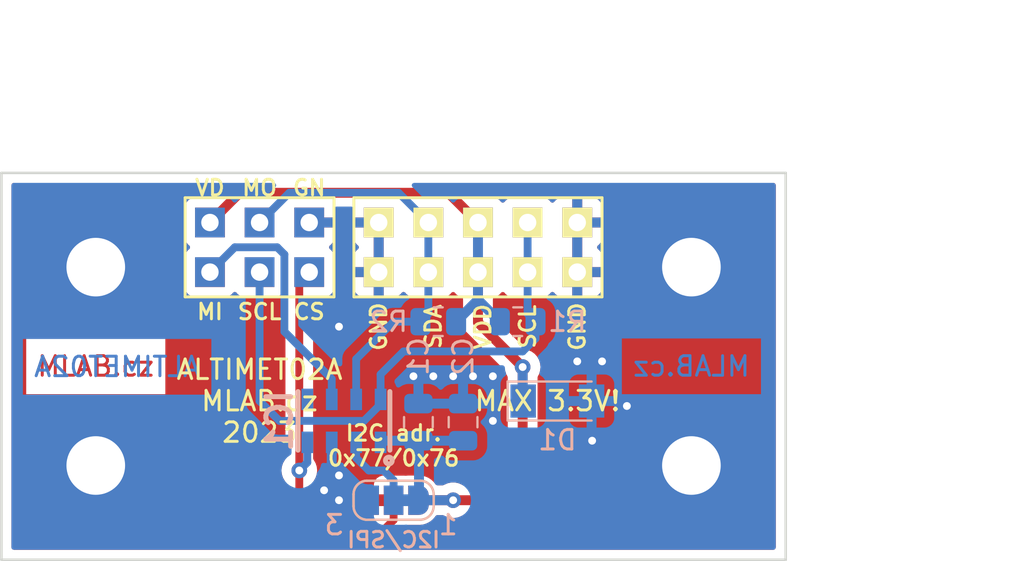
<source format=kicad_pcb>
(kicad_pcb (version 20211014) (generator pcbnew)
  (layers (0 "F.Cu" signal) (31 "B.Cu" signal) (34 "B.Paste" user) (35 "F.Paste" user) (36 "B.SilkS" user "B.Silkscreen") (37 "F.SilkS" user "F.Silkscreen") (38 "B.Mask" user) (39 "F.Mask" user) (44 "Edge.Cuts" user))
  (net 0 "")
  (net 1 "VDD")
  (net 2 "MOSI{slash}SDA")
  (net 3 "MISO")
  (net 4 "CS{slash}A")
  (net 5 "/PS")
  (net 6 "GND")
  (net 7 "SCLK")
  (footprint "Mlab_Pin_Headers:Straight_2x05" (layer "F.Cu") (at 136.398 100.584 -90)
    (fp_text reference "J3" hide)
    (fp_text value "HEADER_2x05_PARALLEL" hide)
    (fp_line (start -2.54 6.35) (end -2.54 -6.35) (layer "F.SilkS") (width 0.15))
    (fp_line (start 2.54 6.35) (end -2.54 6.35) (layer "F.SilkS") (width 0.15))
    (fp_line (start -2.54 -6.35) (end 2.54 -6.35) (layer "F.SilkS") (width 0.15))
    (fp_line (start 2.54 -6.35) (end 2.54 6.35) (layer "F.SilkS") (width 0.15))
    (pad "1" thru_hole rect (at -1.27 -5.08 270) (size 1.524 1.524) (drill 0.889) (layers *.Cu *.Mask "F.SilkS") (net 6 "GND"))
    (pad "2" thru_hole rect (at 1.27 -5.08 270) (size 1.524 1.524) (drill 0.889) (layers *.Cu *.Mask "F.SilkS") (net 6 "GND"))
    (pad "3" thru_hole rect (at -1.27 -2.54 270) (size 1.524 1.524) (drill 0.889) (layers *.Cu *.Mask "F.SilkS") (net 7 "SCLK"))
    (pad "4" thru_hole rect (at 1.27 -2.54 270) (size 1.524 1.524) (drill 0.889) (layers *.Cu *.Mask "F.SilkS") (net 7 "SCLK"))
    (pad "5" thru_hole rect (at -1.27 0 270) (size 1.524 1.524) (drill 0.889) (layers *.Cu *.Mask "F.SilkS") (net 1 "VDD"))
    (pad "6" thru_hole rect (at 1.27 0 270) (size 1.524 1.524) (drill 0.889) (layers *.Cu *.Mask "F.SilkS") (net 1 "VDD"))
    (pad "7" thru_hole rect (at -1.27 2.54 270) (size 1.524 1.524) (drill 0.889) (layers *.Cu *.Mask "F.SilkS") (net 2 "MOSI{slash}SDA"))
    (pad "8" thru_hole rect (at 1.27 2.54 270) (size 1.524 1.524) (drill 0.889) (layers *.Cu *.Mask "F.SilkS") (net 2 "MOSI{slash}SDA"))
    (pad "9" thru_hole rect (at -1.27 5.08 270) (size 1.524 1.524) (drill 0.889) (layers *.Cu *.Mask "F.SilkS") (net 6 "GND"))
    (pad "10" thru_hole rect (at 1.27 5.08 270) (size 1.524 1.524) (drill 0.889) (layers *.Cu *.Mask "F.SilkS") (net 6 "GND"))
  )
  (footprint "Mlab_Pin_Headers:Straight_2x03" (layer "F.Cu") (at 125.222 100.584 90)
    (fp_text reference "J2" hide)
    (fp_text value "HEADER_2x03" hide)
    (fp_line (start -2.54 3.81) (end -2.54 -3.81) (layer "F.SilkS") (width 0.15))
    (fp_line (start 2.54 3.81) (end -2.54 3.81) (layer "F.SilkS") (width 0.15))
    (fp_line (start -2.54 -3.81) (end 2.54 -3.81) (layer "F.SilkS") (width 0.15))
    (fp_line (start 2.54 -3.81) (end 2.54 3.81) (layer "F.SilkS") (width 0.15))
    (pad "1" thru_hole rect (at -1.27 -2.54 90) (size 1.524 1.524) (drill 0.889) (layers *.Cu *.Mask) (net 3 "MISO"))
    (pad "2" thru_hole rect (at 1.27 -2.54 90) (size 1.524 1.524) (drill 0.889) (layers *.Cu *.Mask) (net 1 "VDD"))
    (pad "3" thru_hole rect (at -1.27 0 90) (size 1.524 1.524) (drill 0.889) (layers *.Cu *.Mask) (net 7 "SCLK"))
    (pad "4" thru_hole rect (at 1.27 0 90) (size 1.524 1.524) (drill 0.889) (layers *.Cu *.Mask) (net 2 "MOSI{slash}SDA"))
    (pad "5" thru_hole rect (at -1.27 2.54 90) (size 1.524 1.524) (drill 0.889) (layers *.Cu *.Mask) (net 4 "CS{slash}A"))
    (pad "6" thru_hole rect (at 1.27 2.54 90) (size 1.524 1.524) (drill 0.889) (layers *.Cu *.Mask) (net 6 "GND"))
  )
  (footprint "Mlab_Mechanical:MountingHole_3mm" (layer "F.Cu") (at 147.32 111.76)
    (fp_text reference "H1" hide)
    (fp_text value "MountingHole_Pad" hide)
    (pad "1" thru_hole circle (at 0 0) (size 6 6) (drill 3) (layers *.Cu *.Mask) (net 6 "GND") (clearance 1))
  )
  (footprint "Mlab_Mechanical:MountingHole_3mm" (layer "F.Cu") (at 116.84 101.6)
    (fp_text reference "H4" hide)
    (fp_text value "MountingHole_Pad" hide)
    (pad "1" thru_hole circle (at 0 0) (size 6 6) (drill 3) (layers *.Cu *.Mask) (net 6 "GND") (clearance 1))
  )
  (footprint "Jumper:SolderJumper-3_P1.3mm_Bridged12_RoundedPad1.0x1.5mm_NumberLabels" (layer "F.Cu") (at 132.08 113.538)
    (fp_text reference "JP3" hide)
    (fp_text value "SolderJumper_3_Bridged12")
    (fp_poly (pts (xy -0.9 -0.3) (xy -0.4 -0.3) (xy -0.4 0.3) (xy -0.9 0.3)) (layer "F.Cu") (width 0) (fill solid))
    (fp_line (start -2.05 0.3) (end -2.05 -0.3) (layer "F.SilkS") (width 0.12))
    (fp_line (start 1.4 1) (end -1.4 1) (layer "F.SilkS") (width 0.12))
    (fp_line (start -1.4 -1) (end 1.4 -1) (layer "F.SilkS") (width 0.12))
    (fp_line (start 2.05 -0.3) (end 2.05 0.3) (layer "F.SilkS") (width 0.12))
    (fp_arc (start -1.35 1) (mid -1.844975 0.794975) (end -2.05 0.3) (layer "F.SilkS") (width 0.12))
    (fp_arc (start 2.05 0.3) (mid 1.844975 0.794975) (end 1.35 1) (layer "F.SilkS") (width 0.12))
    (fp_arc (start 1.35 -1) (mid 1.844975 -0.794975) (end 2.05 -0.3) (layer "F.SilkS") (width 0.12))
    (fp_arc (start -2.05 -0.3) (mid -1.844975 -0.794975) (end -1.35 -1) (layer "F.SilkS") (width 0.12))
    (pad "1" smd custom (at -1.3 0) (size 1 0.5) (layers "F.Cu" "F.Mask") (net 6 "GND") (options (clearance outline) (anchor rect)) (primitives (gr_poly (pts (xy 0.55 0.75) (xy 0 0.75) (xy 0 -0.75) (xy 0.55 -0.75)) (width 0) (fill yes)) (gr_circle (center 0 0.25) (end 0.5 0.25) (width 0) (fill yes)) (gr_circle (center 0 -0.25) (end 0.5 -0.25) (width 0) (fill yes))))
    (pad "2" smd rect (at 0 0) (size 1 1.5) (layers "F.Cu" "F.Mask") (net 4 "CS{slash}A"))
    (pad "3" smd custom (at 1.3 0) (size 1 0.5) (layers "F.Cu" "F.Mask") (net 1 "VDD") (options (clearance outline) (anchor rect)) (primitives (gr_circle (center 0 0.25) (end 0.5 0.25) (width 0) (fill yes)) (gr_circle (center 0 -0.25) (end 0.5 -0.25) (width 0) (fill yes)) (gr_poly (pts (xy 0 0.75) (xy -0.55 0.75) (xy -0.55 -0.75) (xy 0 -0.75)) (width 0) (fill yes))))
  )
  (footprint "Mlab_Mechanical:MountingHole_3mm" (layer "F.Cu") (at 147.32 101.6)
    (fp_text reference "H3" hide)
    (fp_text value "MountingHole_Pad" hide)
    (pad "1" thru_hole circle (at 0 0) (size 6 6) (drill 3) (layers *.Cu *.Mask) (net 6 "GND") (clearance 1))
  )
  (footprint "Mlab_Mechanical:MountingHole_3mm" (layer "F.Cu") (at 116.84 111.76)
    (fp_text reference "H2" hide)
    (fp_text value "MountingHole_Pad" hide)
    (pad "1" thru_hole circle (at 0 0) (size 6 6) (drill 3) (layers *.Cu *.Mask) (net 6 "GND") (clearance 1))
  )
  (footprint "Resistor_SMD:R_0805_2012Metric" (layer "B.Cu") (at 138.43 104.394)
    (fp_text reference "R1" (at 2.54 0) (layer "B.SilkS") (effects (justify mirror)))
    (fp_text value "DNF")
    (fp_line (start -0.227064 0.735) (end 0.227064 0.735) (layer "B.SilkS") (width 0.12))
    (fp_line (start -0.227064 -0.735) (end 0.227064 -0.735) (layer "B.SilkS") (width 0.12))
    (pad "1" smd roundrect (at -0.9125 0) (size 1.025 1.4) (layers "B.Cu" "B.Paste" "B.Mask") (roundrect_rratio 0.243902) (net 1 "VDD"))
    (pad "2" smd roundrect (at 0.9125 0) (size 1.025 1.4) (layers "B.Cu" "B.Paste" "B.Mask") (roundrect_rratio 0.243902) (net 7 "SCLK"))
  )
  (footprint "Capacitor_SMD:C_0805_2012Metric" (layer "B.Cu") (at 135.636 109.54 90)
    (fp_text reference "C2" (at 3.368 0 90) (layer "B.SilkS") (effects (justify mirror)))
    (fp_text value "100nF")
    (fp_line (start -0.261252 0.735) (end 0.261252 0.735) (layer "B.SilkS") (width 0.12))
    (fp_line (start -0.261252 -0.735) (end 0.261252 -0.735) (layer "B.SilkS") (width 0.12))
    (pad "1" smd roundrect (at -0.95 0 90) (size 1 1.45) (layers "B.Cu" "B.Paste" "B.Mask") (net 1 "VDD"))
    (pad "2" smd roundrect (at 0.95 0 90) (size 1 1.45) (layers "B.Cu" "B.Paste" "B.Mask") (net 6 "GND"))
  )
  (footprint "Mlab_D:Diode-MiniMELF_Standard" (layer "B.Cu") (at 140.462 108.458)
    (fp_text reference "D1" (at 0 2) (layer "B.SilkS") (effects (justify mirror)))
    (fp_text value "BZV55C3V6")
    (fp_line (start -2.55 1) (end -2.55 -1) (layer "B.SilkS") (width 0.12))
    (fp_line (start -2.55 -1) (end 1.75 -1) (layer "B.SilkS") (width 0.12))
    (fp_line (start 1.75 1) (end -2.55 1) (layer "B.SilkS") (width 0.12))
    (pad "1" smd rect locked (at -1.75 0) (size 1.3 1.7) (layers "B.Cu" "B.Paste" "B.Mask") (net 1 "VDD"))
    (pad "2" smd rect locked (at 1.75 0) (size 1.3 1.7) (layers "B.Cu" "B.Paste" "B.Mask") (net 6 "GND"))
  )
  (footprint "KiCad:MS561101BA03-50" (layer "B.Cu") (at 129.54 109.474 90)
    (fp_text reference "IC1" (at 0 -3.302 90) (layer "B.SilkS") (effects (font (size 1.27 1.27) (thickness 0.254)) (justify mirror)))
    (fp_text value "MS561101BA03-50" hide)
    (fp_line (start -1.5 2.35) (end 1.5 2.35) (layer "B.SilkS") (width 0.254))
    (fp_line (start -1.5 -2.35) (end 1.5 -2.35) (layer "B.SilkS") (width 0.254))
    (fp_circle (center -2.032 2.297) (end -2.032 2.252) (layer "B.SilkS") (width 0.254) (fill none))
    (pad "1" smd rect locked (at -1.1 1.875) (size 0.6 1.1) (layers "B.Cu" "B.Paste" "B.Mask") (net 1 "VDD"))
    (pad "2" smd rect locked (at -1.1 0.625) (size 0.6 1.1) (layers "B.Cu" "B.Paste" "B.Mask") (net 5 "/PS"))
    (pad "3" smd rect locked (at -1.1 -0.625) (size 0.6 1.1) (layers "B.Cu" "B.Paste" "B.Mask") (net 6 "GND"))
    (pad "4" smd rect locked (at -1.1 -1.875) (size 0.6 1.1) (layers "B.Cu" "B.Paste" "B.Mask") (net 4 "CS{slash}A"))
    (pad "5" smd rect locked (at 1.1 -1.875) (size 0.6 1.1) (layers "B.Cu" "B.Paste" "B.Mask"))
    (pad "6" smd rect locked (at 1.1 -0.625) (size 0.6 1.1) (layers "B.Cu" "B.Paste" "B.Mask") (net 3 "MISO"))
    (pad "7" smd rect locked (at 1.1 0.625) (size 0.6 1.1) (layers "B.Cu" "B.Paste" "B.Mask") (net 2 "MOSI{slash}SDA"))
    (pad "8" smd rect locked (at 1.1 1.875) (size 0.6 1.1) (layers "B.Cu" "B.Paste" "B.Mask") (net 7 "SCLK"))
  )
  (footprint "Resistor_SMD:R_0805_2012Metric" (layer "B.Cu") (at 134.366 104.394 180)
    (fp_text reference "R2" (at 2.54 0) (layer "B.SilkS") (effects (justify mirror)))
    (fp_text value "DNF")
    (fp_line (start -0.227064 -0.735) (end 0.227064 -0.735) (layer "B.SilkS") (width 0.12))
    (fp_line (start -0.227064 0.735) (end 0.227064 0.735) (layer "B.SilkS") (width 0.12))
    (pad "1" smd roundrect (at -0.9125 0 180) (size 1.025 1.4) (layers "B.Cu" "B.Paste" "B.Mask") (roundrect_rratio 0.243902) (net 1 "VDD"))
    (pad "2" smd roundrect (at 0.9125 0 180) (size 1.025 1.4) (layers "B.Cu" "B.Paste" "B.Mask") (roundrect_rratio 0.243902) (net 2 "MOSI{slash}SDA"))
  )
  (footprint "Capacitor_SMD:C_0805_2012Metric" (layer "B.Cu") (at 133.35 109.54 90)
    (fp_text reference "C1" (at 3.368 0 90) (layer "B.SilkS") (effects (justify mirror)))
    (fp_text value "10uF")
    (fp_line (start -0.261252 0.735) (end 0.261252 0.735) (layer "B.SilkS") (width 0.12))
    (fp_line (start -0.261252 -0.735) (end 0.261252 -0.735) (layer "B.SilkS") (width 0.12))
    (pad "1" smd roundrect (at -0.95 0 90) (size 1 1.45) (layers "B.Cu" "B.Paste" "B.Mask") (net 1 "VDD"))
    (pad "2" smd roundrect (at 0.95 0 90) (size 1 1.45) (layers "B.Cu" "B.Paste" "B.Mask") (net 6 "GND"))
  )
  (footprint "Jumper:SolderJumper-3_P1.3mm_Bridged12_RoundedPad1.0x1.5mm_NumberLabels" (layer "B.Cu") (at 132.08 113.538 180)
    (fp_text reference "JP1" hide)
    (fp_text value "SolderJumper_3_Bridged12")
    (fp_text user "1" (at -2.794 -1.27) (layer "B.SilkS") (effects (justify mirror)))
    (fp_text user "3" (at 3.048 -1.27) (layer "B.SilkS") (effects (justify mirror)))
    (fp_poly (pts (xy -0.9 0.3) (xy -0.4 0.3) (xy -0.4 -0.3) (xy -0.9 -0.3)) (layer "B.Cu") (width 0) (fill solid))
    (fp_line (start -2.05 -0.3) (end -2.05 0.3) (layer "B.SilkS") (width 0.12))
    (fp_line (start 1.4 -1) (end -1.4 -1) (layer "B.SilkS") (width 0.12))
    (fp_line (start 2.05 0.3) (end 2.05 -0.3) (layer "B.SilkS") (width 0.12))
    (fp_line (start -1.4 1) (end 1.4 1) (layer "B.SilkS") (width 0.12))
    (fp_arc (start -1.35 1) (mid -1.844975 0.794975) (end -2.05 0.3) (layer "B.SilkS") (width 0.12))
    (fp_arc (start 1.35 -1) (mid 1.844975 -0.794975) (end 2.05 -0.3) (layer "B.SilkS") (width 0.12))
    (fp_arc (start 2.05 0.3) (mid 1.844975 0.794975) (end 1.35 1) (layer "B.SilkS") (width 0.12))
    (fp_arc (start -2.05 -0.3) (mid -1.844975 -0.794975) (end -1.35 -1) (layer "B.SilkS") (width 0.12))
    (pad "1" smd custom (at -1.3 0 180) (size 1 0.5) (layers "B.Cu" "B.Mask") (net 1 "VDD") (options (clearance outline) (anchor rect)) (primitives (gr_poly (pts (xy 0.55 -0.75) (xy 0 -0.75) (xy 0 0.75) (xy 0.55 0.75)) (width 0) (fill yes)) (gr_circle (center 0 -0.25) (end 0.5 -0.25) (width 0) (fill yes)) (gr_circle (center 0 0.25) (end 0.5 0.25) (width 0) (fill yes))))
    (pad "2" smd rect (at 0 0 180) (size 1 1.5) (layers "B.Cu" "B.Mask") (net 5 "/PS"))
    (pad "3" smd custom (at 1.3 0 180) (size 1 0.5) (layers "B.Cu" "B.Mask") (net 6 "GND") (options (clearance outline) (anchor rect)) (primitives (gr_circle (center 0 -0.25) (end 0.5 -0.25) (width 0) (fill yes)) (gr_circle (center 0 0.25) (end 0.5 0.25) (width 0) (fill yes)) (gr_poly (pts (xy 0 -0.75) (xy -0.55 -0.75) (xy -0.55 0.75) (xy 0 0.75)) (width 0) (fill yes))))
  )
  (gr_line (start 112.014 116.586) (end 112.014 96.774) (layer "Edge.Cuts") (width 0.127))
  (gr_line (start 112.014 96.774) (end 152.146 96.774) (layer "Edge.Cuts") (width 0.127))
  (gr_line (start 152.146 116.586) (end 112.014 116.586) (layer "Edge.Cuts") (width 0.127))
  (gr_line (start 152.146 96.774) (end 152.146 116.586) (layer "Edge.Cuts") (width 0.127))
  (gr_text "MLAB.cz" (at 116.84 106.68) (layer "F.Cu") (effects (font (size 1 1))))
  (gr_text "MLAB.cz" (at 147.32 106.68) (layer "B.Cu") (effects (font (size 1 1)) (justify mirror)))
  (gr_text "ALTIMET02A" (at 117.9322 106.7054) (layer "B.Cu") (effects (font (size 1 1)) (justify mirror)))
  (gr_text "I2C/SPI" (at 132.08 115.57) (layer "B.SilkS") (effects (font (size 0.8 0.8)) (justify mirror)))
  (gr_text "GN" (at 127.762 97.536) (layer "F.SilkS") (effects (font (size 0.8 0.8))))
  (gr_text "MO" (at 125.222 97.536) (layer "F.SilkS") (effects (font (size 0.8 0.8))))
  (gr_text "SDA" (at 134.112 104.648 90) (layer "F.SilkS") (effects (font (size 0.8 0.8))))
  (gr_text "CS" (at 127.762 103.886) (layer "F.SilkS") (effects (font (size 0.8 0.8))))
  (gr_text "GND" (at 141.478 104.648 90) (layer "F.SilkS") (effects (font (size 0.8 0.8))))
  (gr_text "SCL" (at 138.938 104.648 90) (layer "F.SilkS") (effects (font (size 0.8 0.8))))
  (gr_text "VDD" (at 136.652 104.648 90) (layer "F.SilkS") (effects (font (size 0.8 0.8))))
  (gr_text "MAX 3.3V!" (at 139.954 108.458) (layer "F.SilkS") (effects (font (size 1 1))))
  (gr_text "I2C adr.\n0x77/0x76" (at 132.08 110.744) (layer "F.SilkS") (effects (font (size 0.8 0.8))))
  (gr_text "SCL" (at 125.222 103.886) (layer "F.SilkS") (effects (font (size 0.8 0.8))))
  (gr_text "GND" (at 131.318 104.648 90) (layer "F.SilkS") (effects (font (size 0.8 0.8))))
  (gr_text "ALTIMET02A\nMLAB.cz\n2023" (at 125.222 108.458) (layer "F.SilkS") (effects (font (size 1 1))))
  (gr_text "VD" (at 122.682 97.536) (layer "F.SilkS") (effects (font (size 0.8 0.8))))
  (gr_text "MI" (at 122.682 103.886) (layer "F.SilkS") (effects (font (size 0.8 0.8))))
  (segment (start 136.398 104.4315) (end 138.684 106.7175) (width 0.508) (layer "F.Cu") (net 1))
  (segment (start 136.906 113.538) (end 135.128 113.538) (width 0.508) (layer "F.Cu") (net 1))
  (segment (start 134.874 97.79) (end 124.206 97.79) (width 0.508) (layer "F.Cu") (net 1))
  (segment (start 124.206 97.79) (end 122.682 99.314) (width 0.508) (layer "F.Cu") (net 1))
  (segment (start 136.398 99.314) (end 134.874 97.79) (width 0.508) (layer "F.Cu") (net 1))
  (segment (start 136.398 101.854) (end 136.398 104.4315) (width 0.508) (layer "F.Cu") (net 1))
  (segment (start 138.684 106.7175) (end 138.684 111.76) (width 0.508) (layer "F.Cu") (net 1))
  (segment (start 135.128 113.538) (end 133.38 113.538) (width 0.508) (layer "F.Cu") (net 1))
  (segment (start 138.684 111.76) (end 136.906 113.538) (width 0.508) (layer "F.Cu") (net 1))
  (via (at 135.128 113.538) (size 0.8) (drill 0.4) (layers "F.Cu" "B.Cu") (net 1))
  (via (at 138.684 106.7175) (size 0.8) (drill 0.4) (layers "F.Cu" "B.Cu") (net 1))
  (segment (start 136.398 103.2745) (end 135.2785 104.394) (width 0.508) (layer "B.Cu") (net 1))
  (segment (start 138.684 108.43) (end 138.712 108.458) (width 0.508) (layer "B.Cu") (net 1))
  (segment (start 131.499 110.49) (end 131.415 110.574) (width 0.508) (layer "B.Cu") (net 1))
  (segment (start 133.35 110.49) (end 135.636 110.49) (width 0.508) (layer "B.Cu") (net 1))
  (segment (start 135.636 110.49) (end 135.89 110.49) (width 0.508) (layer "B.Cu") (net 1))
  (segment (start 133.38 110.52) (end 133.35 110.49) (width 0.508) (layer "B.Cu") (net 1))
  (segment (start 133.35 110.49) (end 131.499 110.49) (width 0.508) (layer "B.Cu") (net 1))
  (segment (start 138.684 106.7175) (end 138.684 108.43) (width 0.508) (layer "B.Cu") (net 1))
  (segment (start 136.398 103.2745) (end 137.5175 104.394) (width 0.508) (layer "B.Cu") (net 1))
  (segment (start 136.398 99.314) (end 136.398 101.854) (width 0.508) (layer "B.Cu") (net 1))
  (segment (start 135.128 113.538) (end 133.38 113.538) (width 0.508) (layer "B.Cu") (net 1))
  (segment (start 133.096 110.744) (end 133.35 110.49) (width 0.508) (layer "B.Cu") (net 1))
  (segment (start 133.38 113.538) (end 133.38 110.52) (width 0.508) (layer "B.Cu") (net 1))
  (segment (start 136.398 101.854) (end 136.398 103.2745) (width 0.508) (layer "B.Cu") (net 1))
  (segment (start 132.334 97.79) (end 126.746 97.79) (width 0.4) (layer "B.Cu") (net 2))
  (segment (start 130.165 106.309) (end 130.165 108.374) (width 0.4) (layer "B.Cu") (net 2))
  (segment (start 126.746 97.79) (end 125.222 99.314) (width 0.4) (layer "B.Cu") (net 2))
  (segment (start 133.858 101.854) (end 133.858 103.9895) (width 0.4) (layer "B.Cu") (net 2))
  (segment (start 133.858 99.314) (end 133.858 101.854) (width 0.4) (layer "B.Cu") (net 2))
  (segment (start 132.08 104.394) (end 130.165 106.309) (width 0.4) (layer "B.Cu") (net 2))
  (segment (start 133.858 103.9895) (end 133.4535 104.394) (width 0.4) (layer "B.Cu") (net 2))
  (segment (start 133.858 99.314) (end 132.334 97.79) (width 0.4) (layer "B.Cu") (net 2))
  (segment (start 133.4535 104.394) (end 132.08 104.394) (width 0.4) (layer "B.Cu") (net 2))
  (segment (start 123.952 100.584) (end 122.682 101.854) (width 0.4) (layer "B.Cu") (net 3))
  (segment (start 126.492 100.95) (end 126.126 100.584) (width 0.4) (layer "B.Cu") (net 3))
  (segment (start 126.492 104.902) (end 126.492 100.95) (width 0.4) (layer "B.Cu") (net 3))
  (segment (start 128.915 107.325) (end 126.492 104.902) (width 0.4) (layer "B.Cu") (net 3))
  (segment (start 128.915 108.374) (end 128.915 108.124) (width 0.4) (layer "B.Cu") (net 3))
  (segment (start 126.126 100.584) (end 123.952 100.584) (width 0.4) (layer "B.Cu") (net 3))
  (segment (start 128.915 108.374) (end 128.915 107.325) (width 0.4) (layer "B.Cu") (net 3))
  (segment (start 128.915 108.374) (end 128.915 108.624) (width 0.25) (layer "B.Cu") (net 3))
  (segment (start 132.08 113.538) (end 132.08 114.554) (width 0.4) (layer "F.Cu") (net 4))
  (segment (start 127.254 112.014) (end 127.254 102.362) (width 0.4) (layer "F.Cu") (net 4))
  (segment (start 127.254 113.538) (end 127.254 112.014) (width 0.4) (layer "F.Cu") (net 4))
  (segment (start 131.572 115.062) (end 128.778 115.062) (width 0.4) (layer "F.Cu") (net 4))
  (segment (start 127.254 102.362) (end 127.762 101.854) (width 0.4) (layer "F.Cu") (net 4))
  (segment (start 132.08 114.554) (end 131.572 115.062) (width 0.4) (layer "F.Cu") (net 4))
  (segment (start 128.778 115.062) (end 127.254 113.538) (width 0.4) (layer "F.Cu") (net 4))
  (via (at 127.254 112.014) (size 0.8) (drill 0.4) (layers "F.Cu" "B.Cu") (net 4))
  (segment (start 127.665 111.603) (end 127.665 110.574) (width 0.4) (layer "B.Cu") (net 4))
  (segment (start 127.254 112.014) (end 127.665 111.603) (width 0.4) (layer "B.Cu") (net 4))
  (segment (start 131.572 112.014) (end 132.08 112.522) (width 0.4) (layer "B.Cu") (net 5))
  (segment (start 130.81 112.014) (end 131.572 112.014) (width 0.4) (layer "B.Cu") (net 5))
  (segment (start 130.165 111.369) (end 130.81 112.014) (width 0.4) (layer "B.Cu") (net 5))
  (segment (start 132.08 112.776) (end 132.08 113.538) (width 0.4) (layer "B.Cu") (net 5))
  (segment (start 132.08 112.522) (end 132.08 112.776) (width 0.4) (layer "B.Cu") (net 5))
  (segment (start 130.165 110.574) (end 130.165 111.369) (width 0.4) (layer "B.Cu") (net 5))
  (via (at 141.478 106.426) (size 0.8) (drill 0.4) (layers "F.Cu" "B.Cu") (net 6))
  (via (at 135.128 107.188) (size 0.8) (drill 0.4) (layers "F.Cu" "B.Cu") (net 6))
  (via (at 134.112 107.188) (size 0.8) (drill 0.4) (layers "F.Cu" "B.Cu") (net 6))
  (via (at 137.16 107.188) (size 0.8) (drill 0.4) (layers "F.Cu" "B.Cu") (net 6))
  (via (at 129.286 113.538) (size 0.8) (drill 0.4) (layers "F.Cu" "B.Cu") (net 6))
  (via (at 129.286 104.648) (size 0.8) (drill 0.4) (layers "F.Cu" "B.Cu") (net 6))
  (via (at 142.24 110.49) (size 0.8) (drill 0.4) (layers "F.Cu" "B.Cu") (net 6))
  (via (at 137.16 109.474) (size 0.8) (drill 0.4) (layers "F.Cu" "B.Cu") (net 6))
  (via (at 142.748 106.426) (size 0.8) (drill 0.4) (layers "F.Cu" "B.Cu") (net 6))
  (via (at 129.286 112.268) (size 0.8) (drill 0.4) (layers "F.Cu" "B.Cu") (net 6))
  (via (at 133.096 107.188) (size 0.8) (drill 0.4) (layers "F.Cu" "B.Cu") (net 6))
  (via (at 144.018 108.712) (size 0.8) (drill 0.4) (layers "F.Cu" "B.Cu") (net 6))
  (via (at 136.144 107.188) (size 0.8) (drill 0.4) (layers "F.Cu" "B.Cu") (net 6))
  (via (at 128.524 113.03) (size 0.8) (drill 0.4) (layers "F.Cu" "B.Cu") (net 6))
  (segment (start 126.238 109.474) (end 125.222 108.458) (width 0.4) (layer "B.Cu") (net 7))
  (segment (start 131.415 108.624) (end 130.565 109.474) (width 0.4) (layer "B.Cu") (net 7))
  (segment (start 139.3425 105.2595) (end 138.684 105.918) (width 0.4) (layer "B.Cu") (net 7))
  (segment (start 138.684 105.918) (end 132.588 105.918) (width 0.4) (layer "B.Cu") (net 7))
  (segment (start 125.222 108.458) (end 125.222 101.854) (width 0.4) (layer "B.Cu") (net 7))
  (segment (start 131.415 108.374) (end 131.415 108.624) (width 0.25) (layer "B.Cu") (net 7))
  (segment (start 138.938 101.854) (end 138.938 103.9895) (width 0.4) (layer "B.Cu") (net 7))
  (segment (start 138.938 99.314) (end 138.938 101.854) (width 0.4) (layer "B.Cu") (net 7))
  (segment (start 138.938 103.9895) (end 139.3425 104.394) (width 0.4) (layer "B.Cu") (net 7))
  (segment (start 131.415 107.091) (end 131.415 108.374) (width 0.4) (layer "B.Cu") (net 7))
  (segment (start 130.565 109.474) (end 126.238 109.474) (width 0.4) (layer "B.Cu") (net 7))
  (segment (start 139.3425 104.394) (end 139.3425 105.2595) (width 0.4) (layer "B.Cu") (net 7))
  (segment (start 132.588 105.918) (end 131.415 107.091) (width 0.4) (layer "B.Cu") (net 7))
  (zone (net 6) (net_name "GND") (layers F&B.Cu) (connect_pads (clearance 0.508)) (min_thickness 0.254) (fill yes (thermal_gap 0.508) (thermal_bridge_width 0.508))
    (polygon (pts (xy 151.638 116.078) (xy 112.522 116.078) (xy 112.522 97.282) (xy 151.638 97.282)))
  )
)
</source>
